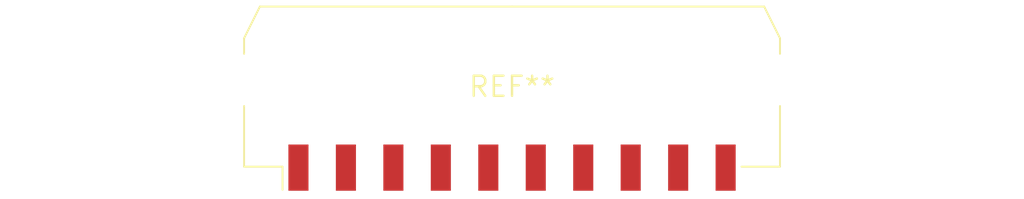
<source format=kicad_pcb>
(kicad_pcb (version 20240108) (generator pcbnew)
  (layers (0 "F.Cu" signal) (31 "B.Cu" signal) (34 "B.Paste" user) (35 "F.Paste" user) (36 "B.SilkS" user "B.Silkscreen") (37 "F.SilkS" user "F.Silkscreen") (38 "B.Mask" user) (39 "F.Mask" user) (44 "Edge.Cuts" user))
  (net 0 "")
  (footprint "Molex_Micro-Fit_3.0_43650-1010_1x10-1MP_P3.00mm_Horizontal" (layer "F.Cu") (at 0 0)
    (property "Reference" "REF**")
    (property "Value" "Molex_Micro-Fit_3.0_43650-1010_1x10-1MP_P3.00mm_Horizontal")
    (fp_line (start -16.935 -3.06) (end -16.935 -2.075) (layer "F.SilkS") (stroke (width 0.12)))
    (fp_line (start -16.935 1.225) (end -16.935 5.06) (layer "F.SilkS") (stroke (width 0.12)))
    (fp_line (start -16.935 5.06) (end -14.505 5.06) (layer "F.SilkS") (stroke (width 0.12)))
    (fp_line (start -15.935 -5.06) (end -16.935 -3.06) (layer "F.SilkS") (stroke (width 0.12)))
    (fp_line (start -14.505 5.06) (end -14.505 6.52) (layer "F.SilkS") (stroke (width 0.12)))
    (fp_line (start 0 -5.06) (end -15.935 -5.06) (layer "F.SilkS") (stroke (width 0.12)))
    (fp_line (start 0 -5.06) (end 15.935 -5.06) (layer "F.SilkS") (stroke (width 0.12)))
    (fp_line (start 15.935 -5.06) (end 16.935 -3.06) (layer "F.SilkS") (stroke (width 0.12)))
    (fp_line (start 16.935 -3.06) (end 16.935 -2.075) (layer "F.SilkS") (stroke (width 0.12)))
    (fp_line (start 16.935 1.225) (end 16.935 5.06) (layer "F.SilkS") (stroke (width 0.12)))
    (fp_line (start 16.935 5.06) (end 14.505 5.06) (layer "F.SilkS") (stroke (width 0.12)))
    (pad "1" smd rect (at -13.5 5.12) (size 1.27 2.92) (layers "F.Cu" "F.Paste" "F.Mask"))
    (pad "2" smd rect (at -10.5 5.12) (size 1.27 2.92) (layers "F.Cu" "F.Paste" "F.Mask"))
    (pad "3" smd rect (at -7.5 5.12) (size 1.27 2.92) (layers "F.Cu" "F.Paste" "F.Mask"))
    (pad "4" smd rect (at -4.5 5.12) (size 1.27 2.92) (layers "F.Cu" "F.Paste" "F.Mask"))
    (pad "5" smd rect (at -1.5 5.12) (size 1.27 2.92) (layers "F.Cu" "F.Paste" "F.Mask"))
    (pad "6" smd rect (at 1.5 5.12) (size 1.27 2.92) (layers "F.Cu" "F.Paste" "F.Mask"))
    (pad "7" smd rect (at 4.5 5.12) (size 1.27 2.92) (layers "F.Cu" "F.Paste" "F.Mask"))
    (pad "8" smd rect (at 7.5 5.12) (size 1.27 2.92) (layers "F.Cu" "F.Paste" "F.Mask"))
    (pad "9" smd rect (at 10.5 5.12) (size 1.27 2.92) (layers "F.Cu" "F.Paste" "F.Mask"))
    (pad "10" smd rect (at 13.5 5.12) (size 1.27 2.92) (layers "F.Cu" "F.Paste" "F.Mask"))
    (pad "MP" thru_hole circle (at -15.65 -0.35) (size 2.71 2.71) (drill 2.41) (layers *.Cu *.Mask) (remove_unused_layers))
    (pad "MP" thru_hole circle (at 15.65 -0.35) (size 2.71 2.71) (drill 2.41) (layers *.Cu *.Mask) (remove_unused_layers))
  )
)
</source>
